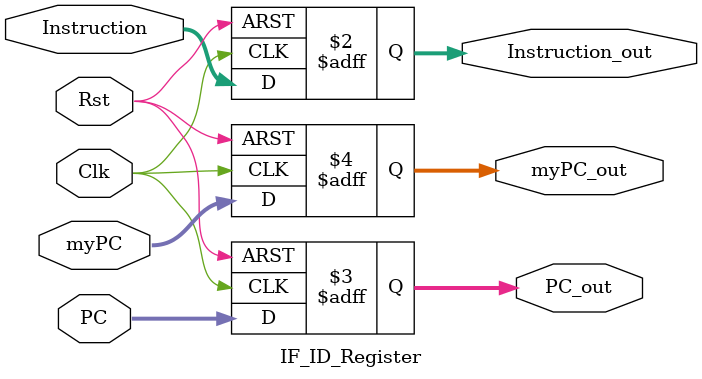
<source format=v>
`timescale 1ns / 1ps

module IF_ID_Register(Clk, Rst, Instruction, PC, Instruction_out, PC_out, myPC, myPC_out);
    input Clk, Rst;
    input [31:0] Instruction;
    input [31:0] PC;
    input [31:0] myPC;
    output reg [31:0] Instruction_out;
    output reg [31:0] PC_out;
    output reg [31:0] myPC_out;

    always @(posedge Clk or posedge Rst) begin
        if (Rst) begin
            Instruction_out <= 0;
            PC_out <= 0;
            myPC_out <= 32'bx;
        end else begin
            PC_out <= PC;
            Instruction_out <= Instruction;
            myPC_out <= myPC;
        end
    end

endmodule


</source>
